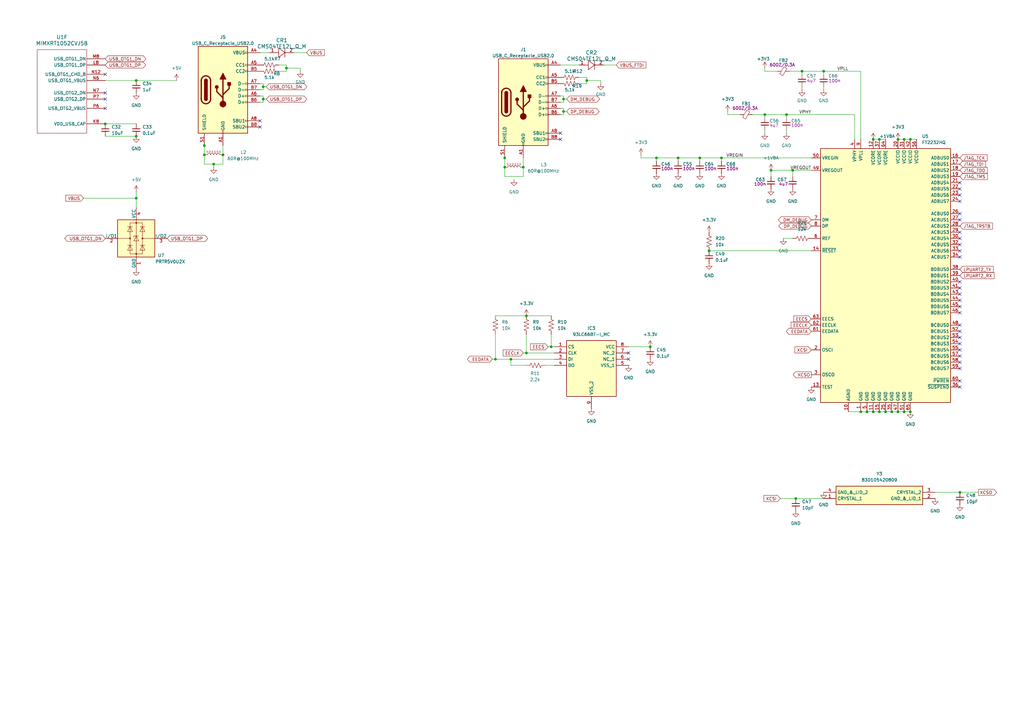
<source format=kicad_sch>
(kicad_sch (version 20250114) (generator "eeschema") (generator_version "9.0")
  (paper "A3")
  (title_block (title "Payload Board for Pleiades Atlas") (rev "v0.2") (company "Northeastern University") (comment 1 "Designed by Madhav Kapa"))
  (junction (at 55.88 55.88))
  (junction (at 278.13 64.77))
  (junction (at 325.12 69.85))
  (junction (at 203.2 147.32))
  (junction (at 209.55 147.32))
  (junction (at 368.3 57.15))
  (junction (at 107.95 40.64))
  (junction (at 358.14 168.91))
  (junction (at 316.23 69.85))
  (junction (at 117.475 27.94))
  (junction (at 43.18 50.8))
  (junction (at 365.76 168.91))
  (junction (at 207.01 68.58))
  (junction (at 287.02 64.77))
  (junction (at 353.06 168.91))
  (junction (at 373.38 168.91))
  (junction (at 295.91 64.77))
  (junction (at 83.82 59.69))
  (junction (at 55.88 81.28))
  (junction (at 269.24 64.77))
  (junction (at 207.01 64.77))
  (junction (at 313.69 46.99))
  (junction (at 373.38 57.15))
  (junction (at 337.82 29.21))
  (junction (at 107.95 35.56))
  (junction (at 215.9 144.78))
  (junction (at 55.88 33.02))
  (junction (at 290.83 102.87))
  (junction (at 370.84 168.91))
  (junction (at 231.14 45.72))
  (junction (at 363.22 168.91))
  (junction (at 360.68 57.15))
  (junction (at 328.93 29.21))
  (junction (at 355.6 168.91))
  (junction (at 214.63 68.58))
  (junction (at 226.06 142.24))
  (junction (at 91.44 63.5))
  (junction (at 368.3 168.91))
  (junction (at 83.82 63.5))
  (junction (at 358.14 57.15))
  (junction (at 370.84 57.15))
  (junction (at 326.39 204.47))
  (junction (at 231.14 40.64))
  (junction (at 87.63 67.31))
  (junction (at 360.68 168.91))
  (junction (at 215.9 129.54))
  (junction (at 266.7 142.24))
  (junction (at 322.58 46.99))
  (junction (at 393.7 201.93))
  (junction (at 240.665 33.02))
  (no_connect (at 229.87 57.15))
  (no_connect (at 393.7 140.97))
  (no_connect (at 393.7 146.05))
  (no_connect (at 257.81 144.78))
  (no_connect (at 393.7 82.55))
  (no_connect (at 229.87 54.61))
  (no_connect (at 393.7 135.89))
  (no_connect (at 393.7 97.79))
  (no_connect (at 43.18 30.48))
  (no_connect (at 393.7 105.41))
  (no_connect (at 43.18 40.64))
  (no_connect (at 393.7 156.21))
  (no_connect (at 393.7 87.63))
  (no_connect (at 393.7 95.25))
  (no_connect (at 393.7 133.35))
  (no_connect (at 393.7 143.51))
  (no_connect (at 393.7 77.47))
  (no_connect (at 43.18 44.45))
  (no_connect (at 393.7 128.27))
  (no_connect (at 393.7 115.57))
  (no_connect (at 393.7 151.13))
  (no_connect (at 393.7 125.73))
  (no_connect (at 393.7 118.11))
  (no_connect (at 393.7 100.33))
  (no_connect (at 393.7 123.19))
  (no_connect (at 393.7 102.87))
  (no_connect (at 393.7 90.17))
  (no_connect (at 393.7 120.65))
  (no_connect (at 393.7 80.01))
  (no_connect (at 393.7 74.93))
  (no_connect (at 106.68 49.53))
  (no_connect (at 393.7 138.43))
  (no_connect (at 393.7 148.59))
  (no_connect (at 43.18 38.1))
  (no_connect (at 393.7 158.75))
  (no_connect (at 106.68 52.07))
  (no_connect (at 257.81 147.32))
  (wire (pts (xy 107.95 40.64) (xy 109.22 40.64)))
  (wire (pts (xy 370.84 168.91) (xy 373.38 168.91)))
  (wire (pts (xy 287.02 64.77) (xy 287.02 66.04)))
  (wire (pts (xy 110.49 21.59) (xy 106.68 21.59)))
  (wire (pts (xy 226.06 142.24) (xy 227.33 142.24)))
  (wire (pts (xy 227.33 149.86) (xy 223.52 149.86)))
  (wire (pts (xy 363.22 168.91) (xy 365.76 168.91)))
  (wire (pts (xy 323.85 29.21) (xy 328.93 29.21)))
  (wire (pts (xy 328.93 35.56) (xy 328.93 36.83)))
  (wire (pts (xy 43.18 33.02) (xy 55.88 33.02)))
  (wire (pts (xy 203.2 147.32) (xy 209.55 147.32)))
  (wire (pts (xy 114.3 29.21) (xy 117.475 29.21)))
  (wire (pts (xy 203.2 137.16) (xy 203.2 147.32)))
  (wire (pts (xy 328.93 30.48) (xy 328.93 29.21)))
  (wire (pts (xy 43.18 50.8) (xy 55.88 50.8)))
  (wire (pts (xy 107.95 41.91) (xy 107.95 40.64)))
  (wire (pts (xy 358.14 168.91) (xy 360.68 168.91)))
  (wire (pts (xy 290.83 102.87) (xy 332.74 102.87)))
  (wire (pts (xy 215.9 144.78) (xy 227.33 144.78)))
  (wire (pts (xy 316.23 69.85) (xy 325.12 69.85)))
  (wire (pts (xy 83.82 63.5) (xy 83.82 59.69)))
  (wire (pts (xy 107.95 35.56) (xy 109.22 35.56)))
  (wire (pts (xy 313.69 53.34) (xy 313.69 54.61)))
  (wire (pts (xy 117.475 27.94) (xy 123.19 27.94)))
  (wire (pts (xy 229.87 46.99) (xy 231.14 46.99)))
  (wire (pts (xy 325.12 69.85) (xy 332.74 69.85)))
  (wire (pts (xy 209.55 147.32) (xy 209.55 149.86)))
  (wire (pts (xy 316.23 69.85) (xy 316.23 72.39)))
  (wire (pts (xy 295.91 66.04) (xy 295.91 64.77)))
  (wire (pts (xy 252.73 26.67) (xy 247.65 26.67)))
  (wire (pts (xy 360.68 168.91) (xy 363.22 168.91)))
  (wire (pts (xy 106.68 34.29) (xy 107.95 34.29)))
  (wire (pts (xy 107.95 35.56) (xy 107.95 36.83)))
  (wire (pts (xy 355.6 168.91) (xy 358.14 168.91)))
  (wire (pts (xy 207.01 63.5) (xy 207.01 64.77)))
  (wire (pts (xy 226.06 137.16) (xy 226.06 142.24)))
  (wire (pts (xy 337.82 29.21) (xy 337.82 30.48)))
  (wire (pts (xy 91.44 63.5) (xy 91.44 67.31)))
  (wire (pts (xy 322.58 46.99) (xy 350.52 46.99)))
  (wire (pts (xy 237.49 34.29) (xy 240.665 34.29)))
  (wire (pts (xy 201.93 147.32) (xy 203.2 147.32)))
  (wire (pts (xy 358.14 57.15) (xy 360.68 57.15)))
  (wire (pts (xy 117.475 29.21) (xy 117.475 27.94)))
  (wire (pts (xy 209.55 147.32) (xy 227.33 147.32)))
  (wire (pts (xy 347.98 168.91) (xy 353.06 168.91)))
  (wire (pts (xy 269.24 66.04) (xy 269.24 64.77)))
  (wire (pts (xy 123.19 27.94) (xy 123.19 29.21)))
  (wire (pts (xy 229.87 41.91) (xy 231.14 41.91)))
  (wire (pts (xy 107.95 39.37) (xy 107.95 40.64)))
  (wire (pts (xy 231.14 40.64) (xy 232.41 40.64)))
  (wire (pts (xy 322.58 53.34) (xy 322.58 54.61)))
  (wire (pts (xy 278.13 64.77) (xy 287.02 64.77)))
  (wire (pts (xy 215.9 137.16) (xy 215.9 144.78)))
  (wire (pts (xy 83.82 63.5) (xy 83.82 67.31)))
  (wire (pts (xy 262.89 64.77) (xy 269.24 64.77)))
  (wire (pts (xy 337.82 35.56) (xy 337.82 36.83)))
  (wire (pts (xy 214.63 68.58) (xy 214.63 64.77)))
  (wire (pts (xy 34.29 81.28) (xy 55.88 81.28)))
  (wire (pts (xy 320.04 204.47) (xy 326.39 204.47)))
  (wire (pts (xy 106.68 41.91) (xy 107.95 41.91)))
  (wire (pts (xy 231.14 46.99) (xy 231.14 45.72)))
  (wire (pts (xy 278.13 66.04) (xy 278.13 64.77)))
  (wire (pts (xy 55.88 81.28) (xy 55.88 85.09)))
  (wire (pts (xy 393.7 201.93) (xy 383.54 201.93)))
  (wire (pts (xy 43.18 55.88) (xy 55.88 55.88)))
  (wire (pts (xy 125.73 21.59) (xy 120.65 21.59)))
  (wire (pts (xy 207.01 68.58) (xy 207.01 64.77)))
  (wire (pts (xy 214.63 144.78) (xy 215.9 144.78)))
  (wire (pts (xy 83.82 67.31) (xy 87.63 67.31)))
  (wire (pts (xy 55.88 33.02) (xy 72.39 33.02)))
  (wire (pts (xy 207.01 72.39) (xy 214.63 72.39)))
  (wire (pts (xy 203.2 129.54) (xy 215.9 129.54)))
  (wire (pts (xy 106.68 36.83) (xy 107.95 36.83)))
  (wire (pts (xy 313.69 29.21) (xy 318.77 29.21)))
  (wire (pts (xy 368.3 57.15) (xy 370.84 57.15)))
  (wire (pts (xy 231.14 45.72) (xy 232.41 45.72)))
  (wire (pts (xy 237.49 26.67) (xy 229.87 26.67)))
  (wire (pts (xy 337.82 29.21) (xy 353.06 29.21)))
  (wire (pts (xy 237.49 31.75) (xy 240.665 31.75)))
  (wire (pts (xy 313.69 46.99) (xy 322.58 46.99)))
  (wire (pts (xy 321.31 97.79) (xy 325.12 97.79)))
  (wire (pts (xy 207.01 68.58) (xy 207.01 72.39)))
  (wire (pts (xy 353.06 168.91) (xy 355.6 168.91)))
  (wire (pts (xy 401.32 201.93) (xy 393.7 201.93)))
  (wire (pts (xy 322.58 46.99) (xy 322.58 48.26)))
  (wire (pts (xy 360.68 57.15) (xy 363.22 57.15)))
  (wire (pts (xy 368.3 168.91) (xy 370.84 168.91)))
  (wire (pts (xy 114.3 26.67) (xy 117.475 26.67)))
  (wire (pts (xy 229.87 44.45) (xy 231.14 44.45)))
  (wire (pts (xy 373.38 57.15) (xy 375.92 57.15)))
  (wire (pts (xy 231.14 40.64) (xy 231.14 41.91)))
  (wire (pts (xy 240.665 34.29) (xy 240.665 33.02)))
  (wire (pts (xy 313.69 27.94) (xy 313.69 29.21)))
  (wire (pts (xy 328.93 29.21) (xy 337.82 29.21)))
  (wire (pts (xy 325.12 72.39) (xy 325.12 69.85)))
  (wire (pts (xy 231.14 44.45) (xy 231.14 45.72)))
  (wire (pts (xy 224.79 142.24) (xy 226.06 142.24)))
  (wire (pts (xy 308.61 46.99) (xy 313.69 46.99)))
  (wire (pts (xy 214.63 68.58) (xy 214.63 72.39)))
  (wire (pts (xy 298.45 46.99) (xy 303.53 46.99)))
  (wire (pts (xy 370.84 57.15) (xy 373.38 57.15)))
  (wire (pts (xy 287.02 64.77) (xy 295.91 64.77)))
  (wire (pts (xy 326.39 204.47) (xy 337.82 204.47)))
  (wire (pts (xy 262.89 63.5) (xy 262.89 64.77)))
  (wire (pts (xy 117.475 27.94) (xy 117.475 26.67)))
  (wire (pts (xy 353.06 57.15) (xy 353.06 29.21)))
  (wire (pts (xy 55.88 78.74) (xy 55.88 81.28)))
  (wire (pts (xy 240.665 33.02) (xy 246.38 33.02)))
  (wire (pts (xy 246.38 33.02) (xy 246.38 34.29)))
  (wire (pts (xy 87.63 68.58) (xy 87.63 67.31)))
  (wire (pts (xy 269.24 64.77) (xy 278.13 64.77)))
  (wire (pts (xy 215.9 149.86) (xy 209.55 149.86)))
  (wire (pts (xy 106.68 39.37) (xy 107.95 39.37)))
  (wire (pts (xy 91.44 63.5) (xy 91.44 59.69)))
  (wire (pts (xy 87.63 67.31) (xy 91.44 67.31)))
  (wire (pts (xy 240.665 33.02) (xy 240.665 31.75)))
  (wire (pts (xy 107.95 34.29) (xy 107.95 35.56)))
  (wire (pts (xy 215.9 129.54) (xy 226.06 129.54)))
  (wire (pts (xy 365.76 168.91) (xy 368.3 168.91)))
  (wire (pts (xy 229.87 39.37) (xy 231.14 39.37)))
  (wire (pts (xy 295.91 64.77) (xy 332.74 64.77)))
  (wire (pts (xy 83.82 58.42) (xy 83.82 59.69)))
  (wire (pts (xy 350.52 46.99) (xy 350.52 57.15)))
  (wire (pts (xy 257.81 142.24) (xy 266.7 142.24)))
  (wire (pts (xy 313.69 48.26) (xy 313.69 46.99)))
  (wire (pts (xy 231.14 39.37) (xy 231.14 40.64)))
  (wire (pts (xy 298.45 45.72) (xy 298.45 46.99)))
  (label "VPLL" (at 347.98 29.21 180))
  (label "VPHY" (at 332.74 46.99 180))
  (label "VREGOUT" (at 332.74 69.85 180))
  (label "VREGIN" (at 304.8 64.77 180))
  (global_label "JTAG_TDI" (shape input) (at 393.7 67.31 0) (property "Intersheetrefs" "${INTERSHEET_REFS}" (effects (hide yes))))
  (global_label "XCSI" (shape input) (at 320.04 204.47 180) (property "Intersheetrefs" "${INTERSHEET_REFS}" (effects (hide yes))))
  (global_label "USB_OTG1_DN" (shape bidirectional) (at 43.18 24.13 0) (property "Intersheetrefs" "${INTERSHEET_REFS}" (effects (hide yes))))
  (global_label "JTAG_TMS" (shape input) (at 393.7 72.39 0) (property "Intersheetrefs" "${INTERSHEET_REFS}" (effects (hide yes))))
  (global_label "EECS" (shape input) (at 224.79 142.24 180) (property "Intersheetrefs" "${INTERSHEET_REFS}" (effects (hide yes))))
  (global_label "DP_DEBUG" (shape bidirectional) (at 232.41 45.72 0) (property "Intersheetrefs" "${INTERSHEET_REFS}" (effects (hide yes))))
  (global_label "JTAG_TRSTB" (shape input) (at 393.7 92.71 0) (property "Intersheetrefs" "${INTERSHEET_REFS}" (effects (hide yes))))
  (global_label "VBUS" (shape input) (at 125.73 21.59 0) (property "Intersheetrefs" "${INTERSHEET_REFS}" (effects (hide yes))))
  (global_label "EECLK" (shape input) (at 214.63 144.78 180) (property "Intersheetrefs" "${INTERSHEET_REFS}" (effects (hide yes))))
  (global_label "USB_OTG1_DN" (shape bidirectional) (at 43.18 97.79 180) (property "Intersheetrefs" "${INTERSHEET_REFS}" (effects (hide yes))))
  (global_label "XCSO" (shape output) (at 401.32 201.93 0) (property "Intersheetrefs" "${INTERSHEET_REFS}" (effects (hide yes))))
  (global_label "DM_DEBUG" (shape bidirectional) (at 232.41 40.64 0) (property "Intersheetrefs" "${INTERSHEET_REFS}" (effects (hide yes))))
  (global_label "USB_OTG1_DN" (shape bidirectional) (at 109.22 35.56 0) (property "Intersheetrefs" "${INTERSHEET_REFS}" (effects (hide yes))))
  (global_label "VBUS" (shape input) (at 34.29 81.28 180) (property "Intersheetrefs" "${INTERSHEET_REFS}" (effects (hide yes))))
  (global_label "JTAG_TCK" (shape input) (at 393.7 64.77 0) (property "Intersheetrefs" "${INTERSHEET_REFS}" (effects (hide yes))))
  (global_label "LPUART2_RX" (shape input) (at 393.7 113.03 0) (property "Intersheetrefs" "${INTERSHEET_REFS}" (effects (hide yes))))
  (global_label "USB_OTG1_DP" (shape bidirectional) (at 109.22 40.64 0) (property "Intersheetrefs" "${INTERSHEET_REFS}" (effects (hide yes))))
  (global_label "DP_DEBUG" (shape bidirectional) (at 332.74 92.71 180) (property "Intersheetrefs" "${INTERSHEET_REFS}" (effects (hide yes))))
  (global_label "EEDATA" (shape bidirectional) (at 201.93 147.32 180) (property "Intersheetrefs" "${INTERSHEET_REFS}" (effects (hide yes))))
  (global_label "EECLK" (shape input) (at 332.74 133.35 180) (property "Intersheetrefs" "${INTERSHEET_REFS}" (effects (hide yes))))
  (global_label "DM_DEBUG" (shape bidirectional) (at 332.74 90.17 180) (property "Intersheetrefs" "${INTERSHEET_REFS}" (effects (hide yes))))
  (global_label "VBUS_FTDI" (shape input) (at 252.73 26.67 0) (property "Intersheetrefs" "${INTERSHEET_REFS}" (effects (hide yes))))
  (global_label "USB_OTG1_DP" (shape bidirectional) (at 68.58 97.79 0) (property "Intersheetrefs" "${INTERSHEET_REFS}" (effects (hide yes))))
  (global_label "USB_OTG1_DP" (shape bidirectional) (at 43.18 26.67 0) (property "Intersheetrefs" "${INTERSHEET_REFS}" (effects (hide yes))))
  (global_label "EEDATA" (shape bidirectional) (at 332.74 135.89 180) (property "Intersheetrefs" "${INTERSHEET_REFS}" (effects (hide yes))))
  (global_label "EECS" (shape input) (at 332.74 130.81 180) (property "Intersheetrefs" "${INTERSHEET_REFS}" (effects (hide yes))))
  (global_label "JTAG_TDO" (shape input) (at 393.7 69.85 0) (property "Intersheetrefs" "${INTERSHEET_REFS}" (effects (hide yes))))
  (global_label "XCSI" (shape input) (at 332.74 143.51 180) (property "Intersheetrefs" "${INTERSHEET_REFS}" (effects (hide yes))))
  (global_label "LPUART2_TX" (shape input) (at 393.7 110.49 0) (property "Intersheetrefs" "${INTERSHEET_REFS}" (effects (hide yes))))
  (global_label "XCSO" (shape output) (at 332.74 153.67 180) (property "Intersheetrefs" "${INTERSHEET_REFS}" (effects (hide yes))))
  (symbol (lib_id "antmicropower:GND") (at 278.13 71.12 0) (unit 1)
    (property "Reference" "#PWR070" (effects (hide yes)))
    (property "Value" "GND" (at 278.13 76.2 0))
    (property "Author" "Antmicro" (effects (hide yes)))
    (property "License" "Apache-2.0" (effects (hide yes)))
  )
  (symbol (lib_id "antmicropower:+3V3") (at 262.89 63.5 0) (unit 1)
    (property "Reference" "#PWR032" (effects (hide yes)))
    (property "Value" "+3V3" (at 262.89 58.42 0))
    (property "Author" "Antmicro" (effects (hide yes)))
    (property "License" "Apache-2.0" (effects (hide yes)))
  )
  (symbol (lib_id "Device:C_Small") (at 290.83 105.41 0) (unit 1)
    (property "Reference" "C49" (at 293.37 104.1462 0) (effects (justify left)))
    (property "Value" "0.1uF" (at 293.37 106.6862 0) (effects (justify left)))
    (property "Footprint" "Capacitor_SMD:C_0201_0603Metric" (effects (hide yes)))
    (property "Description" "Unpolarized capacitor, small symbol" (effects (hide yes)))
  )
  (symbol (lib_id "antmicropower:GND") (at 337.82 36.83 0) (unit 1)
    (property "Reference" "#PWR086" (effects (hide yes)))
    (property "Value" "GND" (at 337.82 41.275 0))
    (property "Author" "Antmicro" (effects (hide yes)))
    (property "License" "Apache-2.0" (effects (hide yes)))
  )
  (symbol (lib_name "+5V_1") (lib_id "power:+5V") (at 72.39 33.02 0) (unit 1)
    (property "Reference" "#PWR058" (effects (hide yes)))
    (property "Value" "+5V" (at 72.39 27.94 0))
    (property "Description" "Power symbol creates a global label with name \"+5V\"" (effects (hide yes)))
  )
  (symbol (lib_id "CMS04(TE12L,Q,M):CMS04TE12L_Q_M") (at 247.65 26.67 180) (unit 1)
    (property "Reference" "CR2" (at 242.57 21.59 0) (effects (font (size 1.524 1.524))))
    (property "Value" "CMS04TE12L_Q_M" (at 242.57 24.13 0) (effects (font (size 1.524 1.524))))
    (property "Footprint" "M-FLAT_TOS" (effects (hide yes)))
    (property "Datasheet" "CMS04TE12L_Q_M" (effects (hide yes)))
  )
  (symbol (lib_id "antmicroCapacitors0402:C_100n_16V_X7R_0402") (at 269.24 66.04 270) (unit 1)
    (property "Reference" "C46" (at 271.145 67.31 90) (effects (justify left)))
    (property "Value" "C_100n_16V_X7R_0402" (effects (hide yes)))
    (property "Footprint" "Capacitor_SMD:C_0402_1005Metric" (effects (hide yes)))
    (property "Datasheet" "https://www.kemet.com/en/us/capacitors/product/C0402C104J4RAC7411.html" (effects (hide yes)))
    (property "Manufacturer" "KEMET" (effects (hide yes)))
    (property "MPN" "C0402C104J4RAC7411" (effects (hide yes)))
    (property "Val" "100n" (at 271.145 69.85 90) (effects (justify left bottom)))
    (property "License" "Apache-2.0" (effects (hide yes)))
    (property "Author" "Antmicro" (effects (hide yes)))
    (property "Voltage" "16V" (effects (hide yes)))
    (property "Dielectric" "X7R" (effects (hide yes)))
  )
  (symbol (lib_id "Device:C_Small") (at 326.39 207.01 0) (unit 1)
    (property "Reference" "C47" (at 328.93 205.7462 0) (effects (justify left)))
    (property "Value" "10pF" (at 328.93 208.2862 0) (effects (justify left)))
    (property "Footprint" "Capacitor_SMD:C_0201_0603Metric" (effects (hide yes)))
    (property "Description" "Unpolarized capacitor, small symbol" (effects (hide yes)))
  )
  (symbol (lib_id "antmicropower:+3V3") (at 368.3 57.15 0) (unit 1)
    (property "Reference" "#PWR094" (effects (hide yes)))
    (property "Value" "+3V3" (at 368.3 52.07 0))
    (property "Author" "Antmicro" (effects (hide yes)))
    (property "License" "Apache-2.0" (effects (hide yes)))
  )
  (symbol (lib_id "antmicropower:GND") (at 269.24 71.12 0) (unit 1)
    (property "Reference" "#PWR060" (effects (hide yes)))
    (property "Value" "GND" (at 269.24 76.2 0))
    (property "Author" "Antmicro" (effects (hide yes)))
    (property "License" "Apache-2.0" (effects (hide yes)))
  )
  (symbol (lib_id "power:GND") (at 321.31 97.79 0) (unit 1)
    (property "Reference" "#PWR084" (effects (hide yes)))
    (property "Value" "GND" (at 321.31 102.87 0))
    (property "Description" "Power symbol creates a global label with name \"GND\" , ground" (effects (hide yes)))
  )
  (symbol (lib_id "Device:R_US") (at 110.49 26.67 270) (unit 1)
    (property "Reference" "R7" (at 113.792 24.13 90))
    (property "Value" "5.1k" (at 110.49 24.13 90))
    (property "Footprint" "Resistor_SMD:R_0402_1005Metric" (effects (hide yes)))
    (property "Description" "Resistor, US symbol" (effects (hide yes)))
  )
  (symbol (lib_id "Connector:USB_C_Receptacle_USB2.0") (at 214.63 41.91 0) (unit 1)
    (property "Reference" "J1" (at 214.63 20.32 0))
    (property "Value" "USB_C_Receptacle_USB2.0" (at 214.63 22.86 0))
    (property "Footprint" "Connector_USB:USB_C_Receptacle_HRO_TYPE-C-31-M-12" (effects (hide yes)))
    (property "Datasheet" "https://www.usb.org/sites/default/files/documents/usb_type-c.zip" (effects (hide yes)))
    (property "JlcRotOffset" "180" (effects (hide yes)))
    (property "JlcPosOffset" "0,1.5" (effects (hide yes)))
  )
  (symbol (lib_id "Device:R_US") (at 215.9 133.35 0) (unit 1)
    (property "Reference" "R9" (at 218.44 132.0799 0) (effects (justify left)))
    (property "Value" "10k" (at 218.44 134.6199 0) (effects (justify left)))
    (property "Footprint" "Resistor_SMD:R_0402_1005Metric" (effects (hide yes)))
    (property "Description" "Resistor, US symbol" (effects (hide yes)))
  )
  (symbol (lib_id "power:GND") (at 383.54 204.47 0) (unit 1)
    (property "Reference" "#PWR061" (effects (hide yes)))
    (property "Value" "GND" (at 383.54 209.55 0))
    (property "Description" "Power symbol creates a global label with name \"GND\" , ground" (effects (hide yes)))
  )
  (symbol (lib_id "Unified-Daughterboard-rescue:L_Core_Ferrite-Device") (at 87.63 63.5 90) (unit 1)
    (property "Reference" "L2" (at 101.092 62.484 90) (effects (justify left)))
    (property "Value" "60R@100MHz" (at 106.172 65.024 90) (effects (justify left)))
    (property "Footprint" "Inductor_SMD:L_1206_3216Metric" (effects (hide yes)))
    (property "Manufacturer" "MELED Industrial" (effects (hide yes)))
    (property "Manufacturer Part No" "MLB3216-600P4A(f)" (effects (hide yes)))
    (property "LCSC" "C33600" (effects (hide yes)))
    (property "Package" "L1206" (effects (hide yes)))
  )
  (symbol (lib_id "antmicroCapacitors0402:C_4u7_0402") (at 328.93 35.56 90) (unit 1)
    (property "Reference" "C57" (at 330.835 31.115 90) (effects (justify right)))
    (property "Value" "C_4u7_0402" (effects (hide yes)))
    (property "Footprint" "Capacitor_SMD:C_0402_1005Metric" (effects (hide yes)))
    (property "Datasheet" "https://www.murata.com/products/productdetail?partno=GRM155R61A475MEAA%23" (effects (hide yes)))
    (property "Manufacturer" "Murata" (effects (hide yes)))
    (property "MPN" "GRM155R61A475MEAAD" (effects (hide yes)))
    (property "Val" "4u7" (at 334.645 32.385 90) (effects (justify left bottom)))
    (property "License" "Apache-2.0" (effects (hide yes)))
    (property "Author" "Antmicro" (effects (hide yes)))
    (property "Public" "False" (effects (hide yes)))
  )
  (symbol (lib_id "power:GND") (at 242.57 167.64 0) (unit 1)
    (property "Reference" "#PWR034" (effects (hide yes)))
    (property "Value" "GND" (at 242.57 172.72 0))
    (property "Description" "Power symbol creates a global label with name \"GND\" , ground" (effects (hide yes)))
  )
  (symbol (lib_id "power:+3.3V") (at 215.9 129.54 0) (unit 1)
    (property "Reference" "#PWR033" (effects (hide yes)))
    (property "Value" "+3.3V" (at 215.9 124.46 0))
    (property "Description" "Power symbol creates a global label with name \"+3.3V\"" (effects (hide yes)))
  )
  (symbol (lib_id "Interface_USB:FT2232HQ") (at 363.22 113.03 0) (unit 1)
    (property "Reference" "U5" (at 378.1141 55.88 0) (effects (justify left)))
    (property "Value" "FT2232HQ" (at 378.1141 58.42 0) (effects (justify left)))
    (property "Footprint" "Package_DFN_QFN:QFN-64-1EP_9x9mm_P0.5mm_EP4.35x4.35mm" (effects (hide yes)))
    (property "Datasheet" "https://www.ftdichip.com/Support/Documents/DataSheets/ICs/DS_FT2232H.pdf" (effects (hide yes)))
    (property "Description" "Hi Speed Double Channel USB UART/FIFO, QFN-64" (effects (hide yes)))
  )
  (symbol (lib_id "power:GND") (at 55.88 38.1 0) (unit 1)
    (property "Reference" "#PWR019" (effects (hide yes)))
    (property "Value" "GND" (at 55.88 43.18 0))
    (property "Description" "Power symbol creates a global label with name \"GND\" , ground" (effects (hide yes)))
  )
  (symbol (lib_id "power:+3.3V") (at 266.7 142.24 0) (unit 1)
    (property "Reference" "#PWR049" (effects (hide yes)))
    (property "Value" "+3.3V" (at 266.7 137.16 0))
    (property "Description" "Power symbol creates a global label with name \"+3.3V\"" (effects (hide yes)))
  )
  (symbol (lib_name "+5V_1") (lib_id "power:+5V") (at 55.88 78.74 0) (unit 1)
    (property "Reference" "#PWR056" (effects (hide yes)))
    (property "Value" "+5V" (at 55.88 73.66 0))
    (property "Description" "Power symbol creates a global label with name \"+5V\"" (effects (hide yes)))
  )
  (symbol (lib_id "antmicropower:GND") (at 316.23 77.47 0) (unit 1)
    (property "Reference" "#PWR076" (effects (hide yes)))
    (property "Value" "GND" (at 316.23 82.55 0))
    (property "Author" "Antmicro" (effects (hide yes)))
    (property "License" "Apache-2.0" (effects (hide yes)))
  )
  (symbol (lib_id "power:GND") (at 87.63 68.58 0) (unit 1)
    (property "Reference" "#PWR055" (effects (hide yes)))
    (property "Value" "GND" (at 87.63 73.66 0))
  )
  (symbol (lib_id "Unified-Daughterboard-rescue:L_Core_Ferrite-Device") (at 210.82 68.58 90) (unit 1)
    (property "Reference" "L3" (at 224.282 67.564 90) (effects (justify left)))
    (property "Value" "60R@100MHz" (at 229.362 70.104 90) (effects (justify left)))
    (property "Footprint" "Inductor_SMD:L_1206_3216Metric" (effects (hide yes)))
    (property "Manufacturer" "MELED Industrial" (effects (hide yes)))
    (property "Manufacturer Part No" "MLB3216-600P4A(f)" (effects (hide yes)))
    (property "LCSC" "C33600" (effects (hide yes)))
    (property "Package" "L1206" (effects (hide yes)))
  )
  (symbol (lib_id "antmicroCapacitors0402:C_100n_16V_X7R_0402") (at 316.23 72.39 270) (unit 1)
    (property "Reference" "C63" (at 309.88 73.66 90) (effects (justify left)))
    (property "Value" "C_100n_16V_X7R_0402" (effects (hide yes)))
    (property "Footprint" "Capacitor_SMD:C_0402_1005Metric" (effects (hide yes)))
    (property "Datasheet" "https://www.kemet.com/en/us/capacitors/product/C0402C104J4RAC7411.html" (effects (hide yes)))
    (property "Manufacturer" "KEMET" (effects (hide yes)))
    (property "MPN" "C0402C104J4RAC7411" (effects (hide yes)))
    (property "Val" "100n" (at 309.245 76.2 90) (effects (justify left bottom)))
    (property "License" "Apache-2.0" (effects (hide yes)))
    (property "Author" "Antmicro" (effects (hide yes)))
    (property "Voltage" "16V" (effects (hide yes)))
    (property "Dielectric" "X7R" (effects (hide yes)))
  )
  (symbol (lib_id "power:GND") (at 246.38 34.29 0) (unit 1)
    (property "Reference" "#PWR096" (effects (hide yes)))
    (property "Value" "GND" (at 246.38 38.735 0))
  )
  (symbol (lib_id "Device:R_US") (at 233.68 31.75 270) (unit 1)
    (property "Reference" "R12" (at 236.982 29.21 90))
    (property "Value" "5.1k" (at 233.68 29.21 90))
    (property "Footprint" "Resistor_SMD:R_0402_1005Metric" (effects (hide yes)))
    (property "Description" "Resistor, US symbol" (effects (hide yes)))
  )
  (symbol (lib_id "Device:C_Small") (at 55.88 53.34 0) (unit 1)
    (property "Reference" "C33" (at 58.42 52.0762 0) (effects (justify left)))
    (property "Value" "0.1uF" (at 58.42 54.6162 0) (effects (justify left)))
    (property "Footprint" "Capacitor_SMD:C_0201_0603Metric" (effects (hide yes)))
    (property "Description" "Unpolarized capacitor, small symbol" (effects (hide yes)))
  )
  (symbol (lib_id "power:GND") (at 257.81 149.86 0) (unit 1)
    (property "Reference" "#PWR035" (effects (hide yes)))
    (property "Value" "GND" (at 257.81 154.94 0))
    (property "Description" "Power symbol creates a global label with name \"GND\" , ground" (effects (hide yes)))
  )
  (symbol (lib_id "Device:R_US") (at 328.93 97.79 90) (unit 1)
    (property "Reference" "R21" (at 328.93 91.44 90))
    (property "Value" "12k" (at 328.93 93.98 90))
    (property "Footprint" "Resistor_SMD:R_0402_1005Metric" (effects (hide yes)))
    (property "Description" "Resistor, US symbol" (effects (hide yes)))
  )
  (symbol (lib_id "power:GND") (at 326.39 209.55 0) (unit 1)
    (property "Reference" "#PWR066" (effects (hide yes)))
    (property "Value" "GND" (at 326.39 214.63 0))
    (property "Description" "Power symbol creates a global label with name \"GND\" , ground" (effects (hide yes)))
  )
  (symbol (lib_id "Device:R_US") (at 226.06 133.35 0) (unit 1)
    (property "Reference" "R10" (at 228.6 132.0799 0) (effects (justify left)))
    (property "Value" "10k" (at 228.6 134.6199 0) (effects (justify left)))
    (property "Footprint" "Resistor_SMD:R_0402_1005Metric" (effects (hide yes)))
    (property "Description" "Resistor, US symbol" (effects (hide yes)))
  )
  (symbol (lib_id "antmicroCapacitors0402:C_100n_16V_X7R_0402") (at 278.13 66.04 270) (unit 1)
    (property "Reference" "C55" (at 280.035 67.31 90) (effects (justify left)))
    (property "Value" "C_100n_16V_X7R_0402" (effects (hide yes)))
    (property "Footprint" "Capacitor_SMD:C_0402_1005Metric" (effects (hide yes)))
    (property "Datasheet" "https://www.kemet.com/en/us/capacitors/product/C0402C104J4RAC7411.html" (effects (hide yes)))
    (property "Manufacturer" "KEMET" (effects (hide yes)))
    (property "MPN" "C0402C104J4RAC7411" (effects (hide yes)))
    (property "Val" "100n" (at 280.035 69.85 90) (effects (justify left bottom)))
    (property "License" "Apache-2.0" (effects (hide yes)))
    (property "Author" "Antmicro" (effects (hide yes)))
    (property "Voltage" "16V" (effects (hide yes)))
    (property "Dielectric" "X7R" (effects (hide yes)))
  )
  (symbol (lib_id "power:GND") (at 266.7 147.32 0) (unit 1)
    (property "Reference" "#PWR048" (effects (hide yes)))
    (property "Value" "GND" (at 266.7 152.4 0))
    (property "Description" "Power symbol creates a global label with name \"GND\" , ground" (effects (hide yes)))
  )
  (symbol (lib_id "antmicroFerriteBeadsandChips:FB_600Z_0.3A_Murata-BLM15AG_0402") (at 303.53 46.99 0) (unit 1)
    (property "Reference" "FB1" (at 306.07 42.545 0))
    (property "Value" "FB_600Z_0.3A_Murata-BLM15AG_0402" (effects (hide yes)))
    (property "Footprint" "Inductor_SMD:L_0402_1005Metric" (effects (hide yes)))
    (property "Datasheet" "https://www.murata.com/en-us/products/productdata/8796740059166/ENFA0018.pdf" (effects (hide yes)))
    (property "MPN" "BLM15AG601SN1D" (effects (hide yes)))
    (property "Manufacturer" "Murata" (effects (hide yes)))
    (property "Author" "Antmicro" (effects (hide yes)))
    (property "License" "Apache-2.0" (effects (hide yes)))
    (property "Val" "600Z/0.3A" (at 300.355 45.085 0) (effects (justify left bottom)))
    (property "Public" "False" (effects (hide yes)))
  )
  (symbol (lib_id "830105420809:830105420809") (at 337.82 201.93 0) (unit 1)
    (property "Reference" "Y3" (at 360.68 194.31 0))
    (property "Value" "830105420809" (at 360.68 196.85 0))
    (property "Footprint" "830105420809" (effects (hide yes)))
    (property "Datasheet" "https://www.we-online.com/components/products/datasheet/830105420809.pdf" (effects (hide yes)))
    (property "Description" "12 MHz +/-10ppm Crystal 10pF 120 Ohms 4-SMD, No Lead" (effects (hide yes)))
    (property "Height" "0.8" (effects (hide yes)))
    (property "Mouser Part Number" "710-830105420809" (effects (hide yes)))
    (property "Mouser Price/Stock" "https://www.mouser.co.uk/ProductDetail/Wurth-Elektronik/830105420809?qs=hd1VzrDQEGhFJmLFyoYByw%3D%3D" (effects (hide yes)))
    (property "Manufacturer_Name" "Wurth Elektronik" (effects (hide yes)))
    (property "Manufacturer_Part_Number" "830105420809" (effects (hide yes)))
  )
  (symbol (lib_id "Device:C_Small") (at 393.7 204.47 0) (unit 1)
    (property "Reference" "C48" (at 396.24 203.2062 0) (effects (justify left)))
    (property "Value" "10pF" (at 396.24 205.7462 0) (effects (justify left)))
    (property "Footprint" "Capacitor_SMD:C_0201_0603Metric" (effects (hide yes)))
    (property "Description" "Unpolarized capacitor, small symbol" (effects (hide yes)))
  )
  (symbol (lib_id "Device:R_US") (at 203.2 133.35 0) (unit 1)
    (property "Reference" "R6" (at 205.74 132.0799 0) (effects (justify left)))
    (property "Value" "10k" (at 205.74 134.6199 0) (effects (justify left)))
    (property "Footprint" "Resistor_SMD:R_0402_1005Metric" (effects (hide yes)))
    (property "Description" "Resistor, US symbol" (effects (hide yes)))
  )
  (symbol (lib_id "93LC66BT-I_MC:93LC66BT-I_MC") (at 227.33 142.24 0) (unit 1)
    (property "Reference" "IC3" (at 242.57 134.62 0))
    (property "Value" "93LC66BT-I_MC" (at 242.57 137.16 0))
    (property "Footprint" "SON50P300X200X100-9N-D" (effects (hide yes)))
    (property "Description" "EEPROM Serial-Microwire 4K-bit 256 x 16 3.3V/5V 8-Pin DFN EP T/R" (effects (hide yes)))
    (property "Height" "1" (effects (hide yes)))
    (property "Mouser Part Number" "579-93LC66BT-I/MC" (effects (hide yes)))
    (property "Mouser Price/Stock" "https://www.mouser.co.uk/ProductDetail/Microchip-Technology/93LC66BT-I-MC?qs=ZL7isbUZFImPTtsSd5KnqA%3D%3D" (effects (hide yes)))
    (property "Manufacturer_Name" "Microchip" (effects (hide yes)))
    (property "Manufacturer_Part_Number" "93LC66BT-I/MC" (effects (hide yes)))
  )
  (symbol (lib_id "antmicroCapacitors0402:C_100n_16V_X7R_0402") (at 322.58 48.26 270) (unit 1)
    (property "Reference" "C65" (at 324.485 49.53 90) (effects (justify left)))
    (property "Value" "C_100n_16V_X7R_0402" (effects (hide yes)))
    (property "Footprint" "Capacitor_SMD:C_0402_1005Metric" (effects (hide yes)))
    (property "Datasheet" "https://www.kemet.com/en/us/capacitors/product/C0402C104J4RAC7411.html" (effects (hide yes)))
    (property "Manufacturer" "KEMET" (effects (hide yes)))
    (property "MPN" "C0402C104J4RAC7411" (effects (hide yes)))
    (property "Val" "100n" (at 324.485 52.07 90) (effects (justify left bottom)))
    (property "License" "Apache-2.0" (effects (hide yes)))
    (property "Author" "Antmicro" (effects (hide yes)))
    (property "Voltage" "16V" (effects (hide yes)))
    (property "Dielectric" "X7R" (effects (hide yes)))
  )
  (symbol (lib_id "power:GND") (at 332.74 158.75 0) (unit 1)
    (property "Reference" "#PWR079" (effects (hide yes)))
    (property "Value" "GND" (at 332.74 163.83 0))
    (property "Description" "Power symbol creates a global label with name \"GND\" , ground" (effects (hide yes)))
  )
  (symbol (lib_id "antmicropower:GND") (at 313.69 54.61 0) (unit 1)
    (property "Reference" "#PWR073" (effects (hide yes)))
    (property "Value" "GND" (at 313.69 59.69 0))
    (property "Author" "Antmicro" (effects (hide yes)))
    (property "License" "Apache-2.0" (effects (hide yes)))
  )
  (symbol (lib_id "antmicroCapacitors0402:C_4u7_0402") (at 313.69 48.26 270) (unit 1)
    (property "Reference" "C56" (at 315.595 49.53 90) (effects (justify left)))
    (property "Value" "C_4u7_0402" (effects (hide yes)))
    (property "Footprint" "Capacitor_SMD:C_0402_1005Metric" (effects (hide yes)))
    (property "Datasheet" "https://www.murata.com/products/productdetail?partno=GRM155R61A475MEAA%23" (effects (hide yes)))
    (property "Manufacturer" "Murata" (effects (hide yes)))
    (property "MPN" "GRM155R61A475MEAAD" (effects (hide yes)))
    (property "Val" "4u7" (at 315.595 52.07 90) (effects (justify left bottom)))
    (property "License" "Apache-2.0" (effects (hide yes)))
    (property "Author" "Antmicro" (effects (hide yes)))
    (property "Public" "False" (effects (hide yes)))
  )
  (symbol (lib_id "MIMXRT1052CVJ5B:MIMXRT1052CVJ5B") (at 15.24 20.32 0) (unit 6)
    (property "Reference" "U1" (at 25.4 15.24 0) (effects (font (size 1.524 1.524))))
    (property "Value" "MIMXRT1052CVJ5B" (at 25.4 17.78 0) (effects (font (size 1.524 1.524))))
    (property "Footprint" "MAPBGA196_12X12" (effects (hide yes)))
    (property "Datasheet" "MIMXRT1052CVJ5B" (effects (hide yes)))
  )
  (symbol (lib_id "antmicroCapacitors0402:C_100n_16V_X7R_0402") (at 287.02 66.04 270) (unit 1)
    (property "Reference" "C64" (at 288.925 67.31 90) (effects (justify left)))
    (property "Value" "C_100n_16V_X7R_0402" (effects (hide yes)))
    (property "Footprint" "Capacitor_SMD:C_0402_1005Metric" (effects (hide yes)))
    (property "Datasheet" "https://www.kemet.com/en/us/capacitors/product/C0402C104J4RAC7411.html" (effects (hide yes)))
    (property "Manufacturer" "KEMET" (effects (hide yes)))
    (property "MPN" "C0402C104J4RAC7411" (effects (hide yes)))
    (property "Val" "100n" (at 288.925 69.85 90) (effects (justify left bottom)))
    (property "License" "Apache-2.0" (effects (hide yes)))
    (property "Author" "Antmicro" (effects (hide yes)))
    (property "Voltage" "16V" (effects (hide yes)))
    (property "Dielectric" "X7R" (effects (hide yes)))
  )
  (symbol (lib_id "Device:C_Small") (at 55.88 35.56 0) (unit 1)
    (property "Reference" "C34" (at 58.42 34.2962 0) (effects (justify left)))
    (property "Value" "1uF" (at 58.42 36.8362 0) (effects (justify left)))
    (property "Footprint" "Capacitor_SMD:C_0201_0603Metric" (effects (hide yes)))
    (property "Description" "Unpolarized capacitor, small symbol" (effects (hide yes)))
  )
  (symbol (lib_id "antmicroFerriteBeadsandChips:FB_600Z_0.3A_Murata-BLM15AG_0402") (at 318.77 29.21 0) (unit 1)
    (property "Reference" "FB2" (at 321.31 24.765 0))
    (property "Value" "FB_600Z_0.3A_Murata-BLM15AG_0402" (effects (hide yes)))
    (property "Footprint" "Inductor_SMD:L_0402_1005Metric" (effects (hide yes)))
    (property "Datasheet" "https://www.murata.com/en-us/products/productdata/8796740059166/ENFA0018.pdf" (effects (hide yes)))
    (property "MPN" "BLM15AG601SN1D" (effects (hide yes)))
    (property "Manufacturer" "Murata" (effects (hide yes)))
    (property "Author" "Antmicro" (effects (hide yes)))
    (property "License" "Apache-2.0" (effects (hide yes)))
    (property "Val" "600Z/0.3A" (at 315.595 27.305 0) (effects (justify left bottom)))
    (property "Public" "False" (effects (hide yes)))
  )
  (symbol (lib_id "antmicroCapacitors0402:C_100n_16V_X7R_0402") (at 337.82 35.56 90) (unit 1)
    (property "Reference" "C66" (at 339.725 31.115 90) (effects (justify right)))
    (property "Value" "C_100n_16V_X7R_0402" (effects (hide yes)))
    (property "Footprint" "Capacitor_SMD:C_0402_1005Metric" (effects (hide yes)))
    (property "Datasheet" "https://www.kemet.com/en/us/capacitors/product/C0402C104J4RAC7411.html" (effects (hide yes)))
    (property "Manufacturer" "KEMET" (effects (hide yes)))
    (property "MPN" "C0402C104J4RAC7411" (effects (hide yes)))
    (property "Val" "100n" (at 344.805 32.385 90) (effects (justify left bottom)))
    (property "License" "Apache-2.0" (effects (hide yes)))
    (property "Author" "Antmicro" (effects (hide yes)))
    (property "Voltage" "16V" (effects (hide yes)))
    (property "Dielectric" "X7R" (effects (hide yes)))
  )
  (symbol (lib_id "Device:R_US") (at 219.71 149.86 90) (unit 1)
    (property "Reference" "R11" (at 219.456 153.162 90))
    (property "Value" "2.2k" (at 219.456 155.702 90))
    (property "Footprint" "Resistor_SMD:R_0402_1005Metric" (effects (hide yes)))
    (property "Description" "Resistor, US symbol" (effects (hide yes)))
  )
  (symbol (lib_id "antmicroCapacitors0402:C_4u7_0402") (at 325.12 72.39 270) (unit 1)
    (property "Reference" "C67" (at 318.77 73.66 90) (effects (justify left)))
    (property "Value" "C_4u7_0402" (effects (hide yes)))
    (property "Footprint" "Capacitor_SMD:C_0402_1005Metric" (effects (hide yes)))
    (property "Datasheet" "https://www.murata.com/products/productdetail?partno=GRM155R61A475MEAA%23" (effects (hide yes)))
    (property "Manufacturer" "Murata" (effects (hide yes)))
    (property "MPN" "GRM155R61A475MEAAD" (effects (hide yes)))
    (property "Val" "4u7" (at 319.405 76.2 90) (effects (justify left bottom)))
    (property "License" "Apache-2.0" (effects (hide yes)))
    (property "Author" "Antmicro" (effects (hide yes)))
    (property "Public" "False" (effects (hide yes)))
  )
  (symbol (lib_id "antmicropower:GND") (at 322.58 54.61 0) (unit 1)
    (property "Reference" "#PWR085" (effects (hide yes)))
    (property "Value" "GND" (at 322.58 59.69 0))
    (property "Author" "Antmicro" (effects (hide yes)))
    (property "License" "Apache-2.0" (effects (hide yes)))
  )
  (symbol (lib_id "Device:C_Small") (at 43.18 53.34 0) (unit 1)
    (property "Reference" "C32" (at 45.72 52.0762 0) (effects (justify left)))
    (property "Value" "10uF" (at 45.72 54.6162 0) (effects (justify left)))
    (property "Footprint" "Capacitor_SMD:C_0402_1005Metric" (effects (hide yes)))
    (property "Description" "Unpolarized capacitor, small symbol" (effects (hide yes)))
  )
  (symbol (lib_id "antmicropower:+3V3") (at 313.69 27.94 0) (unit 1)
    (property "Reference" "#PWR051" (effects (hide yes)))
    (property "Value" "+3V3" (at 313.055 24.13 0))
    (property "Author" "Antmicro" (effects (hide yes)))
    (property "License" "Apache-2.0" (effects (hide yes)))
  )
  (symbol (lib_id "power:GND") (at 393.7 207.01 0) (unit 1)
    (property "Reference" "#PWR069" (effects (hide yes)))
    (property "Value" "GND" (at 393.7 212.09 0))
    (property "Description" "Power symbol creates a global label with name \"GND\" , ground" (effects (hide yes)))
  )
  (symbol (lib_id "power:+3.3V") (at 290.83 95.25 0) (unit 1)
    (property "Reference" "#PWR081" (effects (hide yes)))
    (property "Value" "+3.3V" (at 290.83 90.17 0))
    (property "Description" "Power symbol creates a global label with name \"+3.3V\"" (effects (hide yes)))
  )
  (symbol (lib_id "power:GND") (at 337.82 201.93 0) (unit 1)
    (property "Reference" "#PWR062" (effects (hide yes)))
    (property "Value" "GND" (at 337.82 207.01 0))
    (property "Description" "Power symbol creates a global label with name \"GND\" , ground" (effects (hide yes)))
  )
  (symbol (lib_id "Device:R_US") (at 290.83 99.06 0) (unit 1)
    (property "Reference" "R20" (at 293.37 97.7899 0) (effects (justify left)))
    (property "Value" "10k" (at 293.37 100.3299 0) (effects (justify left)))
    (property "Footprint" "Resistor_SMD:R_0402_1005Metric" (effects (hide yes)))
    (property "Description" "Resistor, US symbol" (effects (hide yes)))
  )
  (symbol (lib_id "Device:C_Small") (at 266.7 144.78 0) (unit 1)
    (property "Reference" "C45" (at 269.24 143.5162 0) (effects (justify left)))
    (property "Value" "0.1uF" (at 269.24 146.0562 0) (effects (justify left)))
    (property "Footprint" "Capacitor_SMD:C_0201_0603Metric" (effects (hide yes)))
    (property "Description" "Unpolarized capacitor, small symbol" (effects (hide yes)))
  )
  (symbol (lib_id "power:GND") (at 290.83 107.95 0) (unit 1)
    (property "Reference" "#PWR082" (effects (hide yes)))
    (property "Value" "GND" (at 290.83 113.03 0))
    (property "Description" "Power symbol creates a global label with name \"GND\" , ground" (effects (hide yes)))
  )
  (symbol (lib_id "Device:R_US") (at 110.49 29.21 270) (mirror x) (unit 1)
    (property "Reference" "R8" (at 113.538 30.226 90))
    (property "Value" "5.1k" (at 110.49 31.75 90))
    (property "Footprint" "Resistor_SMD:R_0402_1005Metric" (effects (hide yes)))
    (property "Description" "Resistor, US symbol" (effects (hide yes)))
  )
  (symbol (lib_id "antmicropower:GND") (at 287.02 71.12 0) (unit 1)
    (property "Reference" "#PWR078" (effects (hide yes)))
    (property "Value" "GND" (at 287.02 76.2 0))
    (property "Author" "Antmicro" (effects (hide yes)))
    (property "License" "Apache-2.0" (effects (hide yes)))
  )
  (symbol (lib_id "power:+1V8") (at 358.14 57.15 0) (unit 1)
    (property "Reference" "#PWR093" (effects (hide yes)))
    (property "Value" "+1V8A" (at 360.68 55.8799 0) (effects (justify left)))
    (property "Description" "Power symbol creates a global label with name \"+1V8\"" (effects (hide yes)))
  )
  (symbol (lib_id "antmicropower:GND") (at 295.91 71.12 0) (unit 1)
    (property "Reference" "#PWR088" (effects (hide yes)))
    (property "Value" "GND" (at 295.91 76.2 0))
    (property "Author" "Antmicro" (effects (hide yes)))
    (property "License" "Apache-2.0" (effects (hide yes)))
  )
  (symbol (lib_id "Device:R_US") (at 233.68 34.29 270) (mirror x) (unit 1)
    (property "Reference" "R19" (at 236.728 35.306 90))
    (property "Value" "5.1k" (at 233.68 36.83 90))
    (property "Footprint" "Resistor_SMD:R_0402_1005Metric" (effects (hide yes)))
    (property "Description" "Resistor, US symbol" (effects (hide yes)))
  )
  (symbol (lib_id "power:GND") (at 123.19 29.21 0) (unit 1)
    (property "Reference" "#PWR057" (effects (hide yes)))
    (property "Value" "GND" (at 123.19 33.655 0))
  )
  (symbol (lib_id "power:GND") (at 373.38 168.91 0) (unit 1)
    (property "Reference" "#PWR071" (effects (hide yes)))
    (property "Value" "GND" (at 373.38 173.99 0))
    (property "Description" "Power symbol creates a global label with name \"GND\" , ground" (effects (hide yes)))
  )
  (symbol (lib_id "antmicropower:GND") (at 325.12 77.47 0) (unit 1)
    (property "Reference" "#PWR087" (effects (hide yes)))
    (property "Value" "GND" (at 325.12 82.55 0))
    (property "Author" "Antmicro" (effects (hide yes)))
    (property "License" "Apache-2.0" (effects (hide yes)))
  )
  (symbol (lib_id "power:GND") (at 55.88 55.88 0) (unit 1)
    (property "Reference" "#PWR018" (effects (hide yes)))
    (property "Value" "GND" (at 55.88 60.96 0))
    (property "Description" "Power symbol creates a global label with name \"GND\" , ground" (effects (hide yes)))
  )
  (symbol (lib_id "power:+1V8") (at 316.23 69.85 0) (unit 1)
    (property "Reference" "#PWR089" (effects (hide yes)))
    (property "Value" "+1V8A" (at 316.23 64.77 0))
    (property "Description" "Power symbol creates a global label with name \"+1V8\"" (effects (hide yes)))
  )
  (symbol (lib_id "CMS04(TE12L,Q,M):CMS04TE12L_Q_M") (at 120.65 21.59 180) (unit 1)
    (property "Reference" "CR1" (at 115.57 16.51 0) (effects (font (size 1.524 1.524))))
    (property "Value" "CMS04TE12L_Q_M" (at 115.57 19.05 0) (effects (font (size 1.524 1.524))))
    (property "Footprint" "M-FLAT_TOS" (effects (hide yes)))
    (property "Datasheet" "CMS04TE12L_Q_M" (effects (hide yes)))
  )
  (symbol (lib_id "Connector:USB_C_Receptacle_USB2.0") (at 91.44 36.83 0) (unit 1)
    (property "Reference" "J5" (at 91.44 15.24 0))
    (property "Value" "USB_C_Receptacle_USB2.0" (at 91.44 17.78 0))
    (property "Footprint" "Connector_USB:USB_C_Receptacle_HRO_TYPE-C-31-M-12" (effects (hide yes)))
    (property "Datasheet" "https://www.usb.org/sites/default/files/documents/usb_type-c.zip" (effects (hide yes)))
    (property "JlcRotOffset" "180" (effects (hide yes)))
    (property "JlcPosOffset" "0,1.5" (effects (hide yes)))
  )
  (symbol (lib_id "power:GND") (at 210.82 73.66 0) (unit 1)
    (property "Reference" "#PWR095" (effects (hide yes)))
    (property "Value" "GND" (at 210.82 78.74 0))
  )
  (symbol (lib_id "antmicropower:+3V3") (at 298.45 45.72 0) (unit 1)
    (property "Reference" "#PWR050" (effects (hide yes)))
    (property "Value" "+3V3" (at 298.45 40.64 0))
    (property "Author" "Antmicro" (effects (hide yes)))
    (property "License" "Apache-2.0" (effects (hide yes)))
  )
  (symbol (lib_id "antmicroCapacitors0402:C_100n_16V_X7R_0402") (at 295.91 66.04 90) (mirror x) (unit 1)
    (property "Reference" "C68" (at 297.815 67.31 90) (effects (justify right)))
    (property "Value" "C_100n_16V_X7R_0402" (effects (hide yes)))
    (property "Footprint" "Capacitor_SMD:C_0402_1005Metric" (effects (hide yes)))
    (property "Datasheet" "https://www.kemet.com/en/us/capacitors/product/C0402C104J4RAC7411.html" (effects (hide yes)))
    (property "Manufacturer" "KEMET" (effects (hide yes)))
    (property "MPN" "C0402C104J4RAC7411" (effects (hide yes)))
    (property "Val" "100n" (at 302.895 69.85 90) (effects (justify left bottom)))
    (property "License" "Apache-2.0" (effects (hide yes)))
    (property "Author" "Antmicro" (effects (hide yes)))
    (property "Voltage" "16V" (effects (hide yes)))
    (property "Dielectric" "X7R" (effects (hide yes)))
  )
  (symbol (lib_id "antmicropower:GND") (at 328.93 36.83 0) (unit 1)
    (property "Reference" "#PWR075" (effects (hide yes)))
    (property "Value" "GND" (at 328.93 41.275 0))
    (property "Author" "Antmicro" (effects (hide yes)))
    (property "License" "Apache-2.0" (effects (hide yes)))
  )
  (symbol (lib_id "Power_Protection:PRTR5V0U2X") (at 55.88 97.79 0) (unit 1)
    (property "Reference" "U7" (at 66.04 104.775 0))
    (property "Value" "PRTR5V0U2X" (at 69.85 107.315 0))
    (property "Footprint" "Package_TO_SOT_SMD:SOT-143" (effects (hide yes)))
    (property "Datasheet" "https://assets.nexperia.com/documents/data-sheet/PRTR5V0U2X.pdf" (effects (hide yes)))
    (property "LCSC" "C2827688" (effects (hide yes)))
    (property "JlcRotOffset" "90" (effects (hide yes)))
  )
  (symbol (lib_id "power:GND") (at 55.88 110.49 0) (unit 1)
    (property "Reference" "#PWR059" (effects (hide yes)))
    (property "Value" "GND" (at 55.88 115.57 0))
    (property "Description" "Power symbol creates a global label with name \"GND\" , ground" (effects (hide yes)))
  )
)
</source>
